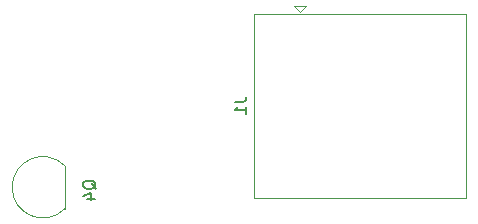
<source format=gbr>
%TF.GenerationSoftware,KiCad,Pcbnew,(6.0.8)*%
%TF.CreationDate,2022-11-06T10:20:19-05:00*%
%TF.ProjectId,SE,53452e6b-6963-4616-945f-706362585858,rev?*%
%TF.SameCoordinates,Original*%
%TF.FileFunction,Legend,Bot*%
%TF.FilePolarity,Positive*%
%FSLAX46Y46*%
G04 Gerber Fmt 4.6, Leading zero omitted, Abs format (unit mm)*
G04 Created by KiCad (PCBNEW (6.0.8)) date 2022-11-06 10:20:19*
%MOMM*%
%LPD*%
G01*
G04 APERTURE LIST*
%ADD10C,0.150000*%
%ADD11C,0.120000*%
G04 APERTURE END LIST*
D10*
%TO.C,J1*%
X63072380Y-51199166D02*
X63786666Y-51199166D01*
X63929523Y-51151547D01*
X64024761Y-51056309D01*
X64072380Y-50913452D01*
X64072380Y-50818214D01*
X64072380Y-52199166D02*
X64072380Y-51627738D01*
X64072380Y-51913452D02*
X63072380Y-51913452D01*
X63215238Y-51818214D01*
X63310476Y-51722976D01*
X63358095Y-51627738D01*
%TO.C,Q4*%
X51347619Y-58578761D02*
X51300000Y-58483523D01*
X51204761Y-58388285D01*
X51061904Y-58245428D01*
X51014285Y-58150190D01*
X51014285Y-58054952D01*
X51252380Y-58102571D02*
X51204761Y-58007333D01*
X51109523Y-57912095D01*
X50919047Y-57864476D01*
X50585714Y-57864476D01*
X50395238Y-57912095D01*
X50300000Y-58007333D01*
X50252380Y-58102571D01*
X50252380Y-58293047D01*
X50300000Y-58388285D01*
X50395238Y-58483523D01*
X50585714Y-58531142D01*
X50919047Y-58531142D01*
X51109523Y-58483523D01*
X51204761Y-58388285D01*
X51252380Y-58293047D01*
X51252380Y-58102571D01*
X50585714Y-59388285D02*
X51252380Y-59388285D01*
X50204761Y-59150190D02*
X50919047Y-58912095D01*
X50919047Y-59531142D01*
D11*
%TO.C,J1*%
X64740000Y-43772500D02*
X82700000Y-43772500D01*
X64740000Y-59292500D02*
X64740000Y-43772500D01*
X82700000Y-43772500D02*
X82700000Y-59292500D01*
X69120000Y-43087500D02*
X68620000Y-43587500D01*
X68120000Y-43087500D02*
X69120000Y-43087500D01*
X64740000Y-59292500D02*
X82700000Y-59292500D01*
X68620000Y-43587500D02*
X68120000Y-43087500D01*
%TO.C,Q4*%
X48692000Y-56620000D02*
X48692000Y-60220000D01*
X44241999Y-58420000D02*
G75*
G03*
X48680478Y-60258478I2600001J0D01*
G01*
X48680478Y-56581522D02*
G75*
G03*
X44242000Y-58420000I-1838478J-1838478D01*
G01*
%TD*%
M02*

</source>
